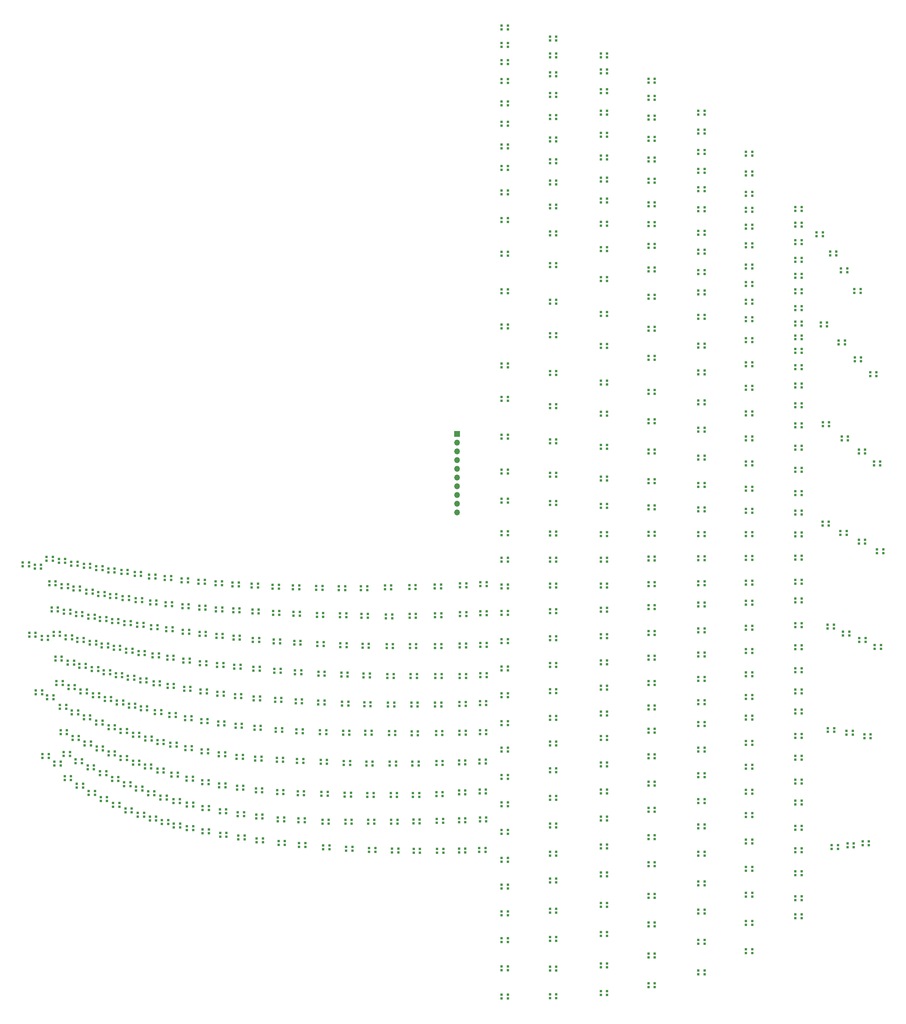
<source format=gts>
G04 #@! TF.GenerationSoftware,KiCad,Pcbnew,(6.0.2)*
G04 #@! TF.CreationDate,2022-05-17T12:07:46-07:00*
G04 #@! TF.ProjectId,DaftPunkBackLayerBoard,44616674-5075-46e6-9b42-61636b4c6179,rev?*
G04 #@! TF.SameCoordinates,Original*
G04 #@! TF.FileFunction,Soldermask,Top*
G04 #@! TF.FilePolarity,Negative*
%FSLAX46Y46*%
G04 Gerber Fmt 4.6, Leading zero omitted, Abs format (unit mm)*
G04 Created by KiCad (PCBNEW (6.0.2)) date 2022-05-17 12:07:46*
%MOMM*%
%LPD*%
G01*
G04 APERTURE LIST*
%ADD10R,0.700000X0.700000*%
%ADD11R,1.700000X1.700000*%
%ADD12O,1.700000X1.700000*%
G04 APERTURE END LIST*
D10*
X75715000Y-262550000D03*
X75715000Y-261450000D03*
X73885000Y-261450000D03*
X73885000Y-262550000D03*
D11*
X191200000Y-165975000D03*
D12*
X191200000Y-168515000D03*
X191200000Y-171055000D03*
X191200000Y-173595000D03*
X191200000Y-176135000D03*
X191200000Y-178675000D03*
X191200000Y-181215000D03*
X191200000Y-183755000D03*
X191200000Y-186295000D03*
X191200000Y-188835000D03*
D10*
X277215000Y-308950000D03*
X277215000Y-307850000D03*
X275385000Y-307850000D03*
X275385000Y-308950000D03*
X234915000Y-79450000D03*
X234915000Y-78350000D03*
X233085000Y-78350000D03*
X233085000Y-79450000D03*
X124015000Y-283250000D03*
X124015000Y-282150000D03*
X122185000Y-282150000D03*
X122185000Y-283250000D03*
X234915000Y-160650000D03*
X234915000Y-159550000D03*
X233085000Y-159550000D03*
X233085000Y-160650000D03*
X172715000Y-237050000D03*
X172715000Y-235950000D03*
X170885000Y-235950000D03*
X170885000Y-237050000D03*
X89015000Y-220450000D03*
X89015000Y-219350000D03*
X87185000Y-219350000D03*
X87185000Y-220450000D03*
X220115000Y-233850000D03*
X220115000Y-232750000D03*
X218285000Y-232750000D03*
X218285000Y-233850000D03*
X85615000Y-219750000D03*
X85615000Y-218650000D03*
X83785000Y-218650000D03*
X83785000Y-219750000D03*
X291615000Y-158250000D03*
X291615000Y-157150000D03*
X289785000Y-157150000D03*
X289785000Y-158250000D03*
X291615000Y-195850000D03*
X291615000Y-194750000D03*
X289785000Y-194750000D03*
X289785000Y-195850000D03*
X291615000Y-222250000D03*
X291615000Y-221150000D03*
X289785000Y-221150000D03*
X289785000Y-222250000D03*
X152198522Y-219250000D03*
X152198522Y-218150000D03*
X150368522Y-218150000D03*
X150368522Y-219250000D03*
X263315000Y-125350000D03*
X263315000Y-124250000D03*
X261485000Y-124250000D03*
X261485000Y-125350000D03*
X291615000Y-235350000D03*
X291615000Y-234250000D03*
X289785000Y-234250000D03*
X289785000Y-235350000D03*
X220115000Y-305350000D03*
X220115000Y-304250000D03*
X218285000Y-304250000D03*
X218285000Y-305350000D03*
X277215000Y-122950000D03*
X277215000Y-121850000D03*
X275385000Y-121850000D03*
X275385000Y-122950000D03*
X277215000Y-243150000D03*
X277215000Y-242050000D03*
X275385000Y-242050000D03*
X275385000Y-243150000D03*
X99115000Y-207350000D03*
X99115000Y-206250000D03*
X97285000Y-206250000D03*
X97285000Y-207350000D03*
X146015000Y-244450000D03*
X146015000Y-243350000D03*
X144185000Y-243350000D03*
X144185000Y-244450000D03*
X92515000Y-221050000D03*
X92515000Y-219950000D03*
X90685000Y-219950000D03*
X90685000Y-221050000D03*
X304915000Y-118950000D03*
X304915000Y-117850000D03*
X303085000Y-117850000D03*
X303085000Y-118950000D03*
X206015000Y-53350000D03*
X206015000Y-52250000D03*
X204185000Y-52250000D03*
X204185000Y-53350000D03*
X263315000Y-223750000D03*
X263315000Y-222650000D03*
X261485000Y-222650000D03*
X261485000Y-223750000D03*
X220115000Y-56350000D03*
X220115000Y-55250000D03*
X218285000Y-55250000D03*
X218285000Y-56350000D03*
X96115000Y-221650000D03*
X96115000Y-220550000D03*
X94285000Y-220550000D03*
X94285000Y-221650000D03*
X133215000Y-210750000D03*
X133215000Y-209650000D03*
X131385000Y-209650000D03*
X131385000Y-210750000D03*
X75515000Y-224750000D03*
X75515000Y-223650000D03*
X73685000Y-223650000D03*
X73685000Y-224750000D03*
X234915000Y-210750000D03*
X234915000Y-209650000D03*
X233085000Y-209650000D03*
X233085000Y-210750000D03*
X291615000Y-142350000D03*
X291615000Y-141250000D03*
X289785000Y-141250000D03*
X289785000Y-142350000D03*
X234915000Y-105350000D03*
X234915000Y-104250000D03*
X233085000Y-104250000D03*
X233085000Y-105350000D03*
X76015000Y-231950000D03*
X76015000Y-230850000D03*
X74185000Y-230850000D03*
X74185000Y-231950000D03*
X145415000Y-218950000D03*
X145415000Y-217850000D03*
X143585000Y-217850000D03*
X143585000Y-218950000D03*
X193815000Y-228150000D03*
X193815000Y-227050000D03*
X191985000Y-227050000D03*
X191985000Y-228150000D03*
X206015000Y-266450000D03*
X206015000Y-265350000D03*
X204185000Y-265350000D03*
X204185000Y-266450000D03*
X234915000Y-61050000D03*
X234915000Y-59950000D03*
X233085000Y-59950000D03*
X233085000Y-61050000D03*
X263315000Y-188550000D03*
X263315000Y-187450000D03*
X261485000Y-187450000D03*
X261485000Y-188550000D03*
X234915000Y-217750000D03*
X234915000Y-216650000D03*
X233085000Y-216650000D03*
X233085000Y-217750000D03*
X310115000Y-197950000D03*
X310115000Y-196850000D03*
X308285000Y-196850000D03*
X308285000Y-197950000D03*
X277215000Y-111650000D03*
X277215000Y-110550000D03*
X275385000Y-110550000D03*
X275385000Y-111650000D03*
X291615000Y-147150000D03*
X291615000Y-146050000D03*
X289785000Y-146050000D03*
X289785000Y-147150000D03*
X179815000Y-253750000D03*
X179815000Y-252650000D03*
X177985000Y-252650000D03*
X177985000Y-253750000D03*
X220115000Y-168750000D03*
X220115000Y-167650000D03*
X218285000Y-167650000D03*
X218285000Y-168750000D03*
X234915000Y-255050000D03*
X234915000Y-253950000D03*
X233085000Y-253950000D03*
X233085000Y-255050000D03*
X248815000Y-162850000D03*
X248815000Y-161750000D03*
X246985000Y-161750000D03*
X246985000Y-162850000D03*
X291615000Y-152450000D03*
X291615000Y-151350000D03*
X289785000Y-151350000D03*
X289785000Y-152450000D03*
X123915000Y-276450000D03*
X123915000Y-275350000D03*
X122085000Y-275350000D03*
X122085000Y-276450000D03*
X114315000Y-281350000D03*
X114315000Y-280250000D03*
X112485000Y-280250000D03*
X112485000Y-281350000D03*
X89515000Y-228150000D03*
X89515000Y-227050000D03*
X87685000Y-227050000D03*
X87685000Y-228150000D03*
X73598522Y-243250000D03*
X73598522Y-242150000D03*
X71768522Y-242150000D03*
X71768522Y-243250000D03*
X186715000Y-237050000D03*
X186715000Y-235950000D03*
X184885000Y-235950000D03*
X184885000Y-237050000D03*
X248815000Y-291850000D03*
X248815000Y-290750000D03*
X246985000Y-290750000D03*
X246985000Y-291850000D03*
X291615000Y-129950000D03*
X291615000Y-128850000D03*
X289785000Y-128850000D03*
X289785000Y-129950000D03*
X98598522Y-262250000D03*
X98598522Y-261150000D03*
X96768522Y-261150000D03*
X96768522Y-262250000D03*
X172315000Y-219650000D03*
X172315000Y-218550000D03*
X170485000Y-218550000D03*
X170485000Y-219650000D03*
X113015000Y-216750000D03*
X113015000Y-215650000D03*
X111185000Y-215650000D03*
X111185000Y-216750000D03*
X79015000Y-225750000D03*
X79015000Y-224650000D03*
X77185000Y-224650000D03*
X77185000Y-225750000D03*
X118915000Y-275450000D03*
X118915000Y-274350000D03*
X117085000Y-274350000D03*
X117085000Y-275450000D03*
X113298522Y-232550000D03*
X113298522Y-231450000D03*
X111468522Y-231450000D03*
X111468522Y-232550000D03*
X83015000Y-234050000D03*
X83015000Y-232950000D03*
X81185000Y-232950000D03*
X81185000Y-234050000D03*
X263315000Y-210050000D03*
X263315000Y-208950000D03*
X261485000Y-208950000D03*
X261485000Y-210050000D03*
X109815000Y-265750000D03*
X109815000Y-264650000D03*
X107985000Y-264650000D03*
X107985000Y-265750000D03*
X220115000Y-218150000D03*
X220115000Y-217050000D03*
X218285000Y-217050000D03*
X218285000Y-218150000D03*
X193715000Y-253550000D03*
X193715000Y-252450000D03*
X191885000Y-252450000D03*
X191885000Y-253550000D03*
X206015000Y-298350000D03*
X206015000Y-297250000D03*
X204185000Y-297250000D03*
X204185000Y-298350000D03*
X199815000Y-236750000D03*
X199815000Y-235650000D03*
X197985000Y-235650000D03*
X197985000Y-236750000D03*
X220115000Y-210750000D03*
X220115000Y-209650000D03*
X218285000Y-209650000D03*
X218285000Y-210750000D03*
X146815000Y-279050000D03*
X146815000Y-277950000D03*
X144985000Y-277950000D03*
X144985000Y-279050000D03*
X263315000Y-251050000D03*
X263315000Y-249950000D03*
X261485000Y-249950000D03*
X261485000Y-251050000D03*
X234915000Y-66750000D03*
X234915000Y-65650000D03*
X233085000Y-65650000D03*
X233085000Y-66750000D03*
X277215000Y-285250000D03*
X277215000Y-284150000D03*
X275385000Y-284150000D03*
X275385000Y-285250000D03*
X220115000Y-186650000D03*
X220115000Y-185550000D03*
X218285000Y-185550000D03*
X218285000Y-186650000D03*
X234915000Y-131650000D03*
X234915000Y-130550000D03*
X233085000Y-130550000D03*
X233085000Y-131650000D03*
X291615000Y-164050000D03*
X291615000Y-162950000D03*
X289785000Y-162950000D03*
X289785000Y-164050000D03*
X77315000Y-246050000D03*
X77315000Y-244950000D03*
X75485000Y-244950000D03*
X75485000Y-246050000D03*
X187215000Y-287950000D03*
X187215000Y-286850000D03*
X185385000Y-286850000D03*
X185385000Y-287950000D03*
X248815000Y-111850000D03*
X248815000Y-110750000D03*
X246985000Y-110750000D03*
X246985000Y-111850000D03*
X206015000Y-156350000D03*
X206015000Y-155250000D03*
X204185000Y-155250000D03*
X204185000Y-156350000D03*
X172915000Y-245350000D03*
X172915000Y-244250000D03*
X171085000Y-244250000D03*
X171085000Y-245350000D03*
X291615000Y-228650000D03*
X291615000Y-227550000D03*
X289785000Y-227550000D03*
X289785000Y-228650000D03*
X291615000Y-267750000D03*
X291615000Y-266650000D03*
X289785000Y-266650000D03*
X289785000Y-267750000D03*
X263315000Y-73050000D03*
X263315000Y-71950000D03*
X261485000Y-71950000D03*
X261485000Y-73050000D03*
X220115000Y-51450000D03*
X220115000Y-50350000D03*
X218285000Y-50350000D03*
X218285000Y-51450000D03*
X206015000Y-76250000D03*
X206015000Y-75150000D03*
X204185000Y-75150000D03*
X204185000Y-76250000D03*
X98598522Y-254150000D03*
X98598522Y-253050000D03*
X96768522Y-253050000D03*
X96768522Y-254150000D03*
X206015000Y-125050000D03*
X206015000Y-123950000D03*
X204185000Y-123950000D03*
X204185000Y-125050000D03*
X108115000Y-216150000D03*
X108115000Y-215050000D03*
X106285000Y-215050000D03*
X106285000Y-216150000D03*
X112815000Y-209150000D03*
X112815000Y-208050000D03*
X110985000Y-208050000D03*
X110985000Y-209150000D03*
X291615000Y-260850000D03*
X291615000Y-259750000D03*
X289785000Y-259750000D03*
X289785000Y-260850000D03*
X186615000Y-228350000D03*
X186615000Y-227250000D03*
X184785000Y-227250000D03*
X184785000Y-228350000D03*
X291615000Y-189450000D03*
X291615000Y-188350000D03*
X289785000Y-188350000D03*
X289785000Y-189450000D03*
X277215000Y-139250000D03*
X277215000Y-138150000D03*
X275385000Y-138150000D03*
X275385000Y-139250000D03*
X263315000Y-140850000D03*
X263315000Y-139750000D03*
X261485000Y-139750000D03*
X261485000Y-140850000D03*
X234915000Y-179550000D03*
X234915000Y-178450000D03*
X233085000Y-178450000D03*
X233085000Y-179550000D03*
X140615000Y-270850000D03*
X140615000Y-269750000D03*
X138785000Y-269750000D03*
X138785000Y-270850000D03*
X234915000Y-112750000D03*
X234915000Y-111650000D03*
X233085000Y-111650000D03*
X233085000Y-112750000D03*
X206015000Y-258450000D03*
X206015000Y-257350000D03*
X204185000Y-257350000D03*
X204185000Y-258450000D03*
X123115000Y-233850000D03*
X123115000Y-232750000D03*
X121285000Y-232750000D03*
X121285000Y-233850000D03*
X220115000Y-249250000D03*
X220115000Y-248150000D03*
X218285000Y-248150000D03*
X218285000Y-249250000D03*
X206015000Y-82850000D03*
X206015000Y-81750000D03*
X204185000Y-81750000D03*
X204185000Y-82850000D03*
X102215000Y-255250000D03*
X102215000Y-254150000D03*
X100385000Y-254150000D03*
X100385000Y-255250000D03*
X82215000Y-268950000D03*
X82215000Y-267850000D03*
X80385000Y-267850000D03*
X80385000Y-268950000D03*
X159515000Y-245050000D03*
X159515000Y-243950000D03*
X157685000Y-243950000D03*
X157685000Y-245050000D03*
X220115000Y-108150000D03*
X220115000Y-107050000D03*
X218285000Y-107050000D03*
X218285000Y-108150000D03*
X133815000Y-243550000D03*
X133815000Y-242450000D03*
X131985000Y-242450000D03*
X131985000Y-243550000D03*
X277215000Y-209850000D03*
X277215000Y-208750000D03*
X275385000Y-208750000D03*
X275385000Y-209850000D03*
X206015000Y-185950000D03*
X206015000Y-184850000D03*
X204185000Y-184850000D03*
X204185000Y-185950000D03*
X139415000Y-218650000D03*
X139415000Y-217550000D03*
X137585000Y-217550000D03*
X137585000Y-218650000D03*
X84315000Y-249050000D03*
X84315000Y-247950000D03*
X82485000Y-247950000D03*
X82485000Y-249050000D03*
X220115000Y-61850000D03*
X220115000Y-60750000D03*
X218285000Y-60750000D03*
X218285000Y-61850000D03*
X234915000Y-121450000D03*
X234915000Y-120350000D03*
X233085000Y-120350000D03*
X233085000Y-121450000D03*
X92515000Y-267050000D03*
X92515000Y-265950000D03*
X90685000Y-265950000D03*
X90685000Y-267050000D03*
X186915000Y-253650000D03*
X186915000Y-252550000D03*
X185085000Y-252550000D03*
X185085000Y-253650000D03*
X166915000Y-271650000D03*
X166915000Y-270550000D03*
X165085000Y-270550000D03*
X165085000Y-271650000D03*
X105015000Y-247550000D03*
X105015000Y-246450000D03*
X103185000Y-246450000D03*
X103185000Y-247550000D03*
X129115000Y-277250000D03*
X129115000Y-276150000D03*
X127285000Y-276150000D03*
X127285000Y-277250000D03*
X220115000Y-80850000D03*
X220115000Y-79750000D03*
X218285000Y-79750000D03*
X218285000Y-80850000D03*
X110515000Y-280550000D03*
X110515000Y-279450000D03*
X108685000Y-279450000D03*
X108685000Y-280550000D03*
X80998522Y-255050000D03*
X80998522Y-253950000D03*
X79168522Y-253950000D03*
X79168522Y-255050000D03*
X113115000Y-224150000D03*
X113115000Y-223050000D03*
X111285000Y-223050000D03*
X111285000Y-224150000D03*
X133415000Y-218250000D03*
X133415000Y-217150000D03*
X131585000Y-217150000D03*
X131585000Y-218250000D03*
X234915000Y-247950000D03*
X234915000Y-246850000D03*
X233085000Y-246850000D03*
X233085000Y-247950000D03*
X220115000Y-264450000D03*
X220115000Y-263350000D03*
X218285000Y-263350000D03*
X218285000Y-264450000D03*
X108298522Y-223450000D03*
X108298522Y-222350000D03*
X106468522Y-222350000D03*
X106468522Y-223450000D03*
X86915000Y-242650000D03*
X86915000Y-241550000D03*
X85085000Y-241550000D03*
X85085000Y-242650000D03*
X128098522Y-234350000D03*
X128098522Y-233250000D03*
X126268522Y-233250000D03*
X126268522Y-234350000D03*
X291615000Y-241550000D03*
X291615000Y-240450000D03*
X289785000Y-240450000D03*
X289785000Y-241550000D03*
X291615000Y-247350000D03*
X291615000Y-246250000D03*
X289785000Y-246250000D03*
X289785000Y-247350000D03*
X220115000Y-93350000D03*
X220115000Y-92250000D03*
X218285000Y-92250000D03*
X218285000Y-93350000D03*
X140515000Y-261450000D03*
X140515000Y-260350000D03*
X138685000Y-260350000D03*
X138685000Y-261450000D03*
X117915000Y-217150000D03*
X117915000Y-216050000D03*
X116085000Y-216050000D03*
X116085000Y-217150000D03*
X263315000Y-78550000D03*
X263315000Y-77450000D03*
X261485000Y-77450000D03*
X261485000Y-78550000D03*
X173715000Y-271650000D03*
X173715000Y-270550000D03*
X171885000Y-270550000D03*
X171885000Y-271650000D03*
X152615000Y-236350000D03*
X152615000Y-235250000D03*
X150785000Y-235250000D03*
X150785000Y-236350000D03*
X234915000Y-329350000D03*
X234915000Y-328250000D03*
X233085000Y-328250000D03*
X233085000Y-329350000D03*
X248815000Y-283950000D03*
X248815000Y-282850000D03*
X246985000Y-282850000D03*
X246985000Y-283950000D03*
X199715000Y-278750000D03*
X199715000Y-277650000D03*
X197885000Y-277650000D03*
X197885000Y-278750000D03*
X160015000Y-262350000D03*
X160015000Y-261250000D03*
X158185000Y-261250000D03*
X158185000Y-262350000D03*
X277215000Y-249150000D03*
X277215000Y-248050000D03*
X275385000Y-248050000D03*
X275385000Y-249150000D03*
X145815000Y-235950000D03*
X145815000Y-234850000D03*
X143985000Y-234850000D03*
X143985000Y-235950000D03*
X134615000Y-284850000D03*
X134615000Y-283750000D03*
X132785000Y-283750000D03*
X132785000Y-284850000D03*
X291615000Y-202550000D03*
X291615000Y-201450000D03*
X289785000Y-201450000D03*
X289785000Y-202550000D03*
X220115000Y-256650000D03*
X220115000Y-255550000D03*
X218285000Y-255550000D03*
X218285000Y-256650000D03*
X78515000Y-218350000D03*
X78515000Y-217250000D03*
X76685000Y-217250000D03*
X76685000Y-218350000D03*
X173415000Y-262550000D03*
X173415000Y-261450000D03*
X171585000Y-261450000D03*
X171585000Y-262550000D03*
X152015000Y-211350000D03*
X152015000Y-210250000D03*
X150185000Y-210250000D03*
X150185000Y-211350000D03*
X304715000Y-195350000D03*
X304715000Y-194250000D03*
X302885000Y-194250000D03*
X302885000Y-195350000D03*
X248815000Y-86650000D03*
X248815000Y-85550000D03*
X246985000Y-85550000D03*
X246985000Y-86650000D03*
X199815000Y-218750000D03*
X199815000Y-217650000D03*
X197985000Y-217650000D03*
X197985000Y-218750000D03*
X291615000Y-177050000D03*
X291615000Y-175950000D03*
X289785000Y-175950000D03*
X289785000Y-177050000D03*
X87915000Y-205650000D03*
X87915000Y-204550000D03*
X86085000Y-204550000D03*
X86085000Y-205650000D03*
X86015000Y-227350000D03*
X86015000Y-226250000D03*
X84185000Y-226250000D03*
X84185000Y-227350000D03*
X97115000Y-237550000D03*
X97115000Y-236450000D03*
X95285000Y-236450000D03*
X95285000Y-237550000D03*
X234915000Y-303650000D03*
X234915000Y-302550000D03*
X233085000Y-302550000D03*
X233085000Y-303650000D03*
X291615000Y-294450000D03*
X291615000Y-293350000D03*
X289785000Y-293350000D03*
X289785000Y-294450000D03*
X108698522Y-239950000D03*
X108698522Y-238850000D03*
X106868522Y-238850000D03*
X106868522Y-239950000D03*
X234915000Y-312150000D03*
X234915000Y-311050000D03*
X233085000Y-311050000D03*
X233085000Y-312150000D03*
X134015000Y-252150000D03*
X134015000Y-251050000D03*
X132185000Y-251050000D03*
X132185000Y-252150000D03*
X248815000Y-318450000D03*
X248815000Y-317350000D03*
X246985000Y-317350000D03*
X246985000Y-318450000D03*
X248815000Y-216950000D03*
X248815000Y-215850000D03*
X246985000Y-215850000D03*
X246985000Y-216950000D03*
X263315000Y-195750000D03*
X263315000Y-194650000D03*
X261485000Y-194650000D03*
X261485000Y-195750000D03*
X106615000Y-272450000D03*
X106615000Y-271350000D03*
X104785000Y-271350000D03*
X104785000Y-272450000D03*
X118615000Y-258950000D03*
X118615000Y-257850000D03*
X116785000Y-257850000D03*
X116785000Y-258950000D03*
X263315000Y-216250000D03*
X263315000Y-215150000D03*
X261485000Y-215150000D03*
X261485000Y-216250000D03*
X248815000Y-309350000D03*
X248815000Y-308250000D03*
X246985000Y-308250000D03*
X246985000Y-309350000D03*
X277215000Y-167850000D03*
X277215000Y-166750000D03*
X275385000Y-166750000D03*
X275385000Y-167850000D03*
X248815000Y-126650000D03*
X248815000Y-125550000D03*
X246985000Y-125550000D03*
X246985000Y-126650000D03*
X248815000Y-195650000D03*
X248815000Y-194550000D03*
X246985000Y-194550000D03*
X246985000Y-195650000D03*
X314515000Y-175150000D03*
X314515000Y-174050000D03*
X312685000Y-174050000D03*
X312685000Y-175150000D03*
X152598522Y-244750000D03*
X152598522Y-243650000D03*
X150768522Y-243650000D03*
X150768522Y-244750000D03*
X306815000Y-286350000D03*
X306815000Y-285250000D03*
X304985000Y-285250000D03*
X304985000Y-286350000D03*
X70315000Y-241750000D03*
X70315000Y-240650000D03*
X68485000Y-240650000D03*
X68485000Y-241750000D03*
X206015000Y-242650000D03*
X206015000Y-241550000D03*
X204185000Y-241550000D03*
X204185000Y-242650000D03*
X206015000Y-63850000D03*
X206015000Y-62750000D03*
X204185000Y-62750000D03*
X204185000Y-63850000D03*
X83315000Y-241550000D03*
X83315000Y-240450000D03*
X81485000Y-240450000D03*
X81485000Y-241550000D03*
X103515000Y-278550000D03*
X103515000Y-277450000D03*
X101685000Y-277450000D03*
X101685000Y-278550000D03*
X313415000Y-149150000D03*
X313415000Y-148050000D03*
X311585000Y-148050000D03*
X311585000Y-149150000D03*
X234915000Y-233050000D03*
X234915000Y-231950000D03*
X233085000Y-231950000D03*
X233085000Y-233050000D03*
X291615000Y-170550000D03*
X291615000Y-169450000D03*
X289785000Y-169450000D03*
X289785000Y-170550000D03*
X206015000Y-195450000D03*
X206015000Y-194350000D03*
X204185000Y-194350000D03*
X204185000Y-195450000D03*
X145198522Y-211250000D03*
X145198522Y-210150000D03*
X143368522Y-210150000D03*
X143368522Y-211250000D03*
X118315000Y-241550000D03*
X118315000Y-240450000D03*
X116485000Y-240450000D03*
X116485000Y-241550000D03*
X220115000Y-128050000D03*
X220115000Y-126950000D03*
X218285000Y-126950000D03*
X218285000Y-128050000D03*
X199715000Y-253350000D03*
X199715000Y-252250000D03*
X197885000Y-252250000D03*
X197885000Y-253350000D03*
X263315000Y-113550000D03*
X263315000Y-112450000D03*
X261485000Y-112450000D03*
X261485000Y-113550000D03*
X193615000Y-287850000D03*
X193615000Y-286750000D03*
X191785000Y-286750000D03*
X191785000Y-287850000D03*
X104315000Y-231050000D03*
X104315000Y-229950000D03*
X102485000Y-229950000D03*
X102485000Y-231050000D03*
X79815000Y-240250000D03*
X79815000Y-239150000D03*
X77985000Y-239150000D03*
X77985000Y-240250000D03*
X234915000Y-286650000D03*
X234915000Y-285550000D03*
X233085000Y-285550000D03*
X233085000Y-286650000D03*
X66498522Y-204550000D03*
X66498522Y-203450000D03*
X64668522Y-203450000D03*
X64668522Y-204550000D03*
X89015000Y-265350000D03*
X89015000Y-264250000D03*
X87185000Y-264250000D03*
X87185000Y-265350000D03*
X248815000Y-92850000D03*
X248815000Y-91750000D03*
X246985000Y-91750000D03*
X246985000Y-92850000D03*
X291615000Y-110750000D03*
X291615000Y-109650000D03*
X289785000Y-109650000D03*
X289785000Y-110750000D03*
X248815000Y-80650000D03*
X248815000Y-79550000D03*
X246985000Y-79550000D03*
X246985000Y-80650000D03*
X123215000Y-242250000D03*
X123215000Y-241150000D03*
X121385000Y-241150000D03*
X121385000Y-242250000D03*
X100215000Y-230350000D03*
X100215000Y-229250000D03*
X98385000Y-229250000D03*
X98385000Y-230350000D03*
X220115000Y-330250000D03*
X220115000Y-329150000D03*
X218285000Y-329150000D03*
X218285000Y-330250000D03*
X263315000Y-323350000D03*
X263315000Y-322250000D03*
X261485000Y-322250000D03*
X261485000Y-323350000D03*
X220115000Y-67850000D03*
X220115000Y-66750000D03*
X218285000Y-66750000D03*
X218285000Y-67850000D03*
X93015000Y-228850000D03*
X93015000Y-227750000D03*
X91185000Y-227750000D03*
X91185000Y-228850000D03*
X118115000Y-233350000D03*
X118115000Y-232250000D03*
X116285000Y-232250000D03*
X116285000Y-233350000D03*
X277215000Y-84950000D03*
X277215000Y-83850000D03*
X275385000Y-83850000D03*
X275385000Y-84950000D03*
X103015000Y-271150000D03*
X103015000Y-270050000D03*
X101185000Y-270050000D03*
X101185000Y-271150000D03*
X248815000Y-68750000D03*
X248815000Y-67650000D03*
X246985000Y-67650000D03*
X246985000Y-68750000D03*
X158615000Y-211450000D03*
X158615000Y-210350000D03*
X156785000Y-210350000D03*
X156785000Y-211450000D03*
X99415000Y-214950000D03*
X99415000Y-213850000D03*
X97585000Y-213850000D03*
X97585000Y-214950000D03*
X248815000Y-99750000D03*
X248815000Y-98650000D03*
X246985000Y-98650000D03*
X246985000Y-99750000D03*
X80615000Y-204350000D03*
X80615000Y-203250000D03*
X78785000Y-203250000D03*
X78785000Y-204350000D03*
X311715000Y-254550000D03*
X311715000Y-253450000D03*
X309885000Y-253450000D03*
X309885000Y-254550000D03*
X96415000Y-276150000D03*
X96415000Y-275050000D03*
X94585000Y-275050000D03*
X94585000Y-276150000D03*
X193815000Y-237050000D03*
X193815000Y-235950000D03*
X191985000Y-235950000D03*
X191985000Y-237050000D03*
X105715000Y-256250000D03*
X105715000Y-255150000D03*
X103885000Y-255150000D03*
X103885000Y-256250000D03*
X277215000Y-256550000D03*
X277215000Y-255450000D03*
X275385000Y-255450000D03*
X275385000Y-256550000D03*
X103315000Y-208050000D03*
X103315000Y-206950000D03*
X101485000Y-206950000D03*
X101485000Y-208050000D03*
X291615000Y-125050000D03*
X291615000Y-123950000D03*
X289785000Y-123950000D03*
X289785000Y-125050000D03*
X263315000Y-101150000D03*
X263315000Y-100050000D03*
X261485000Y-100050000D03*
X261485000Y-101150000D03*
X114315000Y-274450000D03*
X114315000Y-273350000D03*
X112485000Y-273350000D03*
X112485000Y-274450000D03*
X206015000Y-89150000D03*
X206015000Y-88050000D03*
X204185000Y-88050000D03*
X204185000Y-89150000D03*
X99515000Y-269850000D03*
X99515000Y-268750000D03*
X97685000Y-268750000D03*
X97685000Y-269850000D03*
X89215000Y-272850000D03*
X89215000Y-271750000D03*
X87385000Y-271750000D03*
X87385000Y-272850000D03*
X310215000Y-226550000D03*
X310215000Y-225450000D03*
X308385000Y-225450000D03*
X308385000Y-226550000D03*
X153315000Y-262050000D03*
X153315000Y-260950000D03*
X151485000Y-260950000D03*
X151485000Y-262050000D03*
X206015000Y-226850000D03*
X206015000Y-225750000D03*
X204185000Y-225750000D03*
X204185000Y-226850000D03*
X113515000Y-240750000D03*
X113515000Y-239650000D03*
X111685000Y-239650000D03*
X111685000Y-240750000D03*
X220115000Y-148850000D03*
X220115000Y-147750000D03*
X218285000Y-147750000D03*
X218285000Y-148850000D03*
X220115000Y-195550000D03*
X220115000Y-194450000D03*
X218285000Y-194450000D03*
X218285000Y-195550000D03*
X277215000Y-106250000D03*
X277215000Y-105150000D03*
X275385000Y-105150000D03*
X275385000Y-106250000D03*
X84315000Y-204950000D03*
X84315000Y-203850000D03*
X82485000Y-203850000D03*
X82485000Y-204950000D03*
X291615000Y-301750000D03*
X291615000Y-300650000D03*
X289785000Y-300650000D03*
X289785000Y-301750000D03*
X172515000Y-228350000D03*
X172515000Y-227250000D03*
X170685000Y-227250000D03*
X170685000Y-228350000D03*
X277215000Y-188950000D03*
X277215000Y-187850000D03*
X275385000Y-187850000D03*
X275385000Y-188950000D03*
X234915000Y-98650000D03*
X234915000Y-97550000D03*
X233085000Y-97550000D03*
X233085000Y-98650000D03*
X69982044Y-205250000D03*
X69982044Y-204150000D03*
X68152044Y-204150000D03*
X68152044Y-205250000D03*
X82015000Y-219050000D03*
X82015000Y-217950000D03*
X80185000Y-217950000D03*
X80185000Y-219050000D03*
X311198522Y-285750000D03*
X311198522Y-284650000D03*
X309368522Y-284650000D03*
X309368522Y-285750000D03*
X263315000Y-258450000D03*
X263315000Y-257350000D03*
X261485000Y-257350000D03*
X261485000Y-258450000D03*
X133715000Y-234950000D03*
X133715000Y-233850000D03*
X131885000Y-233850000D03*
X131885000Y-234950000D03*
X291615000Y-209650000D03*
X291615000Y-208550000D03*
X289785000Y-208550000D03*
X289785000Y-209650000D03*
X186998522Y-271450000D03*
X186998522Y-270350000D03*
X185168522Y-270350000D03*
X185168522Y-271450000D03*
X248815000Y-105450000D03*
X248815000Y-104350000D03*
X246985000Y-104350000D03*
X246985000Y-105450000D03*
X139315000Y-211050000D03*
X139315000Y-209950000D03*
X137485000Y-209950000D03*
X137485000Y-211050000D03*
X291615000Y-306950000D03*
X291615000Y-305850000D03*
X289785000Y-305850000D03*
X289785000Y-306950000D03*
X104615000Y-239150000D03*
X104615000Y-238050000D03*
X102785000Y-238050000D03*
X102785000Y-239150000D03*
X206015000Y-167350000D03*
X206015000Y-166250000D03*
X204185000Y-166250000D03*
X204185000Y-167350000D03*
X167115000Y-279450000D03*
X167115000Y-278350000D03*
X165285000Y-278350000D03*
X165285000Y-279450000D03*
X248815000Y-135950000D03*
X248815000Y-134850000D03*
X246985000Y-134850000D03*
X246985000Y-135950000D03*
X206015000Y-48250000D03*
X206015000Y-47150000D03*
X204185000Y-47150000D03*
X204185000Y-48250000D03*
X146615000Y-271150000D03*
X146615000Y-270050000D03*
X144785000Y-270050000D03*
X144785000Y-271150000D03*
X139815000Y-235550000D03*
X139815000Y-234450000D03*
X137985000Y-234450000D03*
X137985000Y-235550000D03*
X263315000Y-297450000D03*
X263315000Y-296350000D03*
X261485000Y-296350000D03*
X261485000Y-297450000D03*
X206015000Y-234850000D03*
X206015000Y-233750000D03*
X204185000Y-233750000D03*
X204185000Y-234850000D03*
X291615000Y-120550000D03*
X291615000Y-119450000D03*
X289785000Y-119450000D03*
X289785000Y-120550000D03*
X291615000Y-101050000D03*
X291615000Y-99950000D03*
X289785000Y-99950000D03*
X289785000Y-101050000D03*
X220115000Y-272550000D03*
X220115000Y-271450000D03*
X218285000Y-271450000D03*
X218285000Y-272550000D03*
X105715000Y-264550000D03*
X105715000Y-263450000D03*
X103885000Y-263450000D03*
X103885000Y-264550000D03*
X301715000Y-114050000D03*
X301715000Y-112950000D03*
X299885000Y-112950000D03*
X299885000Y-114050000D03*
X234915000Y-225450000D03*
X234915000Y-224350000D03*
X233085000Y-224350000D03*
X233085000Y-225450000D03*
X310098522Y-171650000D03*
X310098522Y-170550000D03*
X308268522Y-170550000D03*
X308268522Y-171650000D03*
X179515000Y-237050000D03*
X179515000Y-235950000D03*
X177685000Y-235950000D03*
X177685000Y-237050000D03*
X193715000Y-245150000D03*
X193715000Y-244050000D03*
X191885000Y-244050000D03*
X191885000Y-245150000D03*
X159315000Y-236650000D03*
X159315000Y-235550000D03*
X157485000Y-235550000D03*
X157485000Y-236650000D03*
X248815000Y-202850000D03*
X248815000Y-201750000D03*
X246985000Y-201750000D03*
X246985000Y-202850000D03*
X220115000Y-158450000D03*
X220115000Y-157350000D03*
X218285000Y-157350000D03*
X218285000Y-158450000D03*
X277215000Y-236550000D03*
X277215000Y-235450000D03*
X275385000Y-235450000D03*
X275385000Y-236550000D03*
X234915000Y-92550000D03*
X234915000Y-91450000D03*
X233085000Y-91450000D03*
X233085000Y-92550000D03*
X146398522Y-261750000D03*
X146398522Y-260650000D03*
X144568522Y-260650000D03*
X144568522Y-261750000D03*
X76315000Y-239050000D03*
X76315000Y-237950000D03*
X74485000Y-237950000D03*
X74485000Y-239050000D03*
X277215000Y-101350000D03*
X277215000Y-100250000D03*
X275385000Y-100250000D03*
X275385000Y-101350000D03*
X248815000Y-63750000D03*
X248815000Y-62650000D03*
X246985000Y-62650000D03*
X246985000Y-63750000D03*
X220115000Y-100350000D03*
X220115000Y-99250000D03*
X218285000Y-99250000D03*
X218285000Y-100350000D03*
X128515000Y-251550000D03*
X128515000Y-250450000D03*
X126685000Y-250450000D03*
X126685000Y-251550000D03*
X234915000Y-294750000D03*
X234915000Y-293650000D03*
X233085000Y-293650000D03*
X233085000Y-294750000D03*
X166315000Y-253550000D03*
X166315000Y-252450000D03*
X164485000Y-252450000D03*
X164485000Y-253550000D03*
X74215000Y-210050000D03*
X74215000Y-208950000D03*
X72385000Y-208950000D03*
X72385000Y-210050000D03*
X91415000Y-206350000D03*
X91415000Y-205250000D03*
X89585000Y-205250000D03*
X89585000Y-206350000D03*
X167415000Y-287650000D03*
X167415000Y-286550000D03*
X165585000Y-286550000D03*
X165585000Y-287650000D03*
X87915000Y-250550000D03*
X87915000Y-249450000D03*
X86085000Y-249450000D03*
X86085000Y-250550000D03*
X263315000Y-305650000D03*
X263315000Y-304550000D03*
X261485000Y-304550000D03*
X261485000Y-305650000D03*
X90415000Y-243750000D03*
X90415000Y-242650000D03*
X88585000Y-242650000D03*
X88585000Y-243750000D03*
X96615000Y-229650000D03*
X96615000Y-228550000D03*
X94785000Y-228550000D03*
X94785000Y-229650000D03*
X234915000Y-321250000D03*
X234915000Y-320150000D03*
X233085000Y-320150000D03*
X233085000Y-321250000D03*
X117698522Y-209650000D03*
X117698522Y-208550000D03*
X115868522Y-208550000D03*
X115868522Y-209650000D03*
X234915000Y-86050000D03*
X234915000Y-84950000D03*
X233085000Y-84950000D03*
X233085000Y-86050000D03*
X291615000Y-138450000D03*
X291615000Y-137350000D03*
X289785000Y-137350000D03*
X289785000Y-138450000D03*
X234915000Y-270650000D03*
X234915000Y-269550000D03*
X233085000Y-269550000D03*
X233085000Y-270650000D03*
X206015000Y-70350000D03*
X206015000Y-69250000D03*
X204185000Y-69250000D03*
X204185000Y-70350000D03*
X291615000Y-287750000D03*
X291615000Y-286650000D03*
X289785000Y-286650000D03*
X289785000Y-287750000D03*
X263315000Y-95350000D03*
X263315000Y-94250000D03*
X261485000Y-94250000D03*
X261485000Y-95350000D03*
X263315000Y-132450000D03*
X263315000Y-131350000D03*
X261485000Y-131350000D03*
X261485000Y-132450000D03*
X234915000Y-170350000D03*
X234915000Y-169250000D03*
X233085000Y-169250000D03*
X233085000Y-170350000D03*
X199515000Y-287650000D03*
X199515000Y-286550000D03*
X197685000Y-286550000D03*
X197685000Y-287650000D03*
X277215000Y-317150000D03*
X277215000Y-316050000D03*
X275385000Y-316050000D03*
X275385000Y-317150000D03*
X153515000Y-271350000D03*
X153515000Y-270250000D03*
X151685000Y-270250000D03*
X151685000Y-271350000D03*
X186598522Y-245350000D03*
X186598522Y-244250000D03*
X184768522Y-244250000D03*
X184768522Y-245350000D03*
X206015000Y-330350000D03*
X206015000Y-329250000D03*
X204185000Y-329250000D03*
X204185000Y-330350000D03*
X248815000Y-260450000D03*
X248815000Y-259350000D03*
X246985000Y-259350000D03*
X246985000Y-260450000D03*
X248815000Y-252950000D03*
X248815000Y-251850000D03*
X246985000Y-251850000D03*
X246985000Y-252950000D03*
X165515000Y-228250000D03*
X165515000Y-227150000D03*
X163685000Y-227150000D03*
X163685000Y-228250000D03*
X90115000Y-235950000D03*
X90115000Y-234850000D03*
X88285000Y-234850000D03*
X88285000Y-235950000D03*
X302215000Y-286850000D03*
X302215000Y-285750000D03*
X300385000Y-285750000D03*
X300385000Y-286850000D03*
X166015000Y-245250000D03*
X166015000Y-244150000D03*
X164185000Y-244150000D03*
X164185000Y-245250000D03*
X193915000Y-219050000D03*
X193915000Y-217950000D03*
X192085000Y-217950000D03*
X192085000Y-219050000D03*
X234915000Y-195750000D03*
X234915000Y-194650000D03*
X233085000Y-194650000D03*
X233085000Y-195750000D03*
X123415000Y-250850000D03*
X123415000Y-249750000D03*
X121585000Y-249750000D03*
X121585000Y-250850000D03*
X179315000Y-228350000D03*
X179315000Y-227250000D03*
X177485000Y-227250000D03*
X177485000Y-228350000D03*
X277215000Y-90750000D03*
X277215000Y-89650000D03*
X275385000Y-89650000D03*
X275385000Y-90750000D03*
X206015000Y-282450000D03*
X206015000Y-281350000D03*
X204185000Y-281350000D03*
X204185000Y-282450000D03*
X114215000Y-266950000D03*
X114215000Y-265850000D03*
X112385000Y-265850000D03*
X112385000Y-266950000D03*
X85015000Y-212450000D03*
X85015000Y-211350000D03*
X83185000Y-211350000D03*
X83185000Y-212450000D03*
X291615000Y-115850000D03*
X291615000Y-114750000D03*
X289785000Y-114750000D03*
X289785000Y-115850000D03*
X305515000Y-224650000D03*
X305515000Y-223550000D03*
X303685000Y-223550000D03*
X303685000Y-224650000D03*
X92815000Y-274550000D03*
X92815000Y-273450000D03*
X90985000Y-273450000D03*
X90985000Y-274550000D03*
X129315000Y-284050000D03*
X129315000Y-282950000D03*
X127485000Y-282950000D03*
X127485000Y-284050000D03*
X277215000Y-146250000D03*
X277215000Y-145150000D03*
X275385000Y-145150000D03*
X275385000Y-146250000D03*
X193615000Y-270950000D03*
X193615000Y-269850000D03*
X191785000Y-269850000D03*
X191785000Y-270950000D03*
X220115000Y-322250000D03*
X220115000Y-321150000D03*
X218285000Y-321150000D03*
X218285000Y-322250000D03*
X277215000Y-133150000D03*
X277215000Y-132050000D03*
X275385000Y-132050000D03*
X275385000Y-133150000D03*
X172015000Y-211250000D03*
X172015000Y-210150000D03*
X170185000Y-210150000D03*
X170185000Y-211250000D03*
X165815000Y-236850000D03*
X165815000Y-235750000D03*
X163985000Y-235750000D03*
X163985000Y-236850000D03*
X81315000Y-211550000D03*
X81315000Y-210450000D03*
X79485000Y-210450000D03*
X79485000Y-211550000D03*
X100715000Y-238350000D03*
X100715000Y-237250000D03*
X98885000Y-237250000D03*
X98885000Y-238350000D03*
X306515000Y-253550000D03*
X306515000Y-252450000D03*
X304685000Y-252450000D03*
X304685000Y-253550000D03*
X263315000Y-119450000D03*
X263315000Y-118350000D03*
X261485000Y-118350000D03*
X261485000Y-119450000D03*
X122798522Y-217650000D03*
X122798522Y-216550000D03*
X120968522Y-216550000D03*
X120968522Y-217650000D03*
X314715000Y-228550000D03*
X314715000Y-227450000D03*
X312885000Y-227450000D03*
X312885000Y-228550000D03*
X110398522Y-273450000D03*
X110398522Y-272350000D03*
X108568522Y-272350000D03*
X108568522Y-273450000D03*
X248815000Y-171650000D03*
X248815000Y-170550000D03*
X246985000Y-170550000D03*
X246985000Y-171650000D03*
X220115000Y-87150000D03*
X220115000Y-86050000D03*
X218285000Y-86050000D03*
X218285000Y-87150000D03*
X315415000Y-200750000D03*
X315415000Y-199650000D03*
X313585000Y-199650000D03*
X313585000Y-200750000D03*
X91515000Y-251950000D03*
X91515000Y-250850000D03*
X89685000Y-250850000D03*
X89685000Y-251950000D03*
X153115000Y-253350000D03*
X153115000Y-252250000D03*
X151285000Y-252250000D03*
X151285000Y-253350000D03*
X299515000Y-192650000D03*
X299515000Y-191550000D03*
X297685000Y-191550000D03*
X297685000Y-192650000D03*
X263315000Y-202750000D03*
X263315000Y-201650000D03*
X261485000Y-201650000D03*
X261485000Y-202750000D03*
X128915000Y-269550000D03*
X128915000Y-268450000D03*
X127085000Y-268450000D03*
X127085000Y-269550000D03*
X206015000Y-135250000D03*
X206015000Y-134150000D03*
X204185000Y-134150000D03*
X204185000Y-135250000D03*
X220115000Y-280550000D03*
X220115000Y-279450000D03*
X218285000Y-279450000D03*
X218285000Y-280550000D03*
X193915000Y-210650000D03*
X193915000Y-209550000D03*
X192085000Y-209550000D03*
X192085000Y-210650000D03*
X193615000Y-279050000D03*
X193615000Y-277950000D03*
X191785000Y-277950000D03*
X191785000Y-279050000D03*
X291615000Y-273850000D03*
X291615000Y-272750000D03*
X289785000Y-272750000D03*
X289785000Y-273850000D03*
X277215000Y-277550000D03*
X277215000Y-276450000D03*
X275385000Y-276450000D03*
X275385000Y-277550000D03*
X193615000Y-262150000D03*
X193615000Y-261050000D03*
X191785000Y-261050000D03*
X191785000Y-262150000D03*
X186998522Y-262350000D03*
X186998522Y-261250000D03*
X185168522Y-261250000D03*
X185168522Y-262350000D03*
X308915000Y-144850000D03*
X308915000Y-143750000D03*
X307085000Y-143750000D03*
X307085000Y-144850000D03*
X140215000Y-252750000D03*
X140215000Y-251650000D03*
X138385000Y-251650000D03*
X138385000Y-252750000D03*
X118515000Y-250150000D03*
X118515000Y-249050000D03*
X116685000Y-249050000D03*
X116685000Y-250150000D03*
X248815000Y-180350000D03*
X248815000Y-179250000D03*
X246985000Y-179250000D03*
X246985000Y-180350000D03*
X81898522Y-261850000D03*
X81898522Y-260750000D03*
X80068522Y-260750000D03*
X80068522Y-261850000D03*
X291615000Y-183750000D03*
X291615000Y-182650000D03*
X289785000Y-182650000D03*
X289785000Y-183750000D03*
X152315000Y-227750000D03*
X152315000Y-226650000D03*
X150485000Y-226650000D03*
X150485000Y-227750000D03*
X140015000Y-243950000D03*
X140015000Y-242850000D03*
X138185000Y-242850000D03*
X138185000Y-243950000D03*
X206015000Y-290550000D03*
X206015000Y-289450000D03*
X204185000Y-289450000D03*
X204185000Y-290550000D03*
X85415000Y-263650000D03*
X85415000Y-262550000D03*
X83585000Y-262550000D03*
X83585000Y-263650000D03*
X93915000Y-244750000D03*
X93915000Y-243650000D03*
X92085000Y-243650000D03*
X92085000Y-244750000D03*
X206015000Y-104250000D03*
X206015000Y-103150000D03*
X204185000Y-103150000D03*
X204185000Y-104250000D03*
X134415000Y-270350000D03*
X134415000Y-269250000D03*
X132585000Y-269250000D03*
X132585000Y-270350000D03*
X248815000Y-268350000D03*
X248815000Y-267250000D03*
X246985000Y-267250000D03*
X246985000Y-268350000D03*
X85715000Y-271050000D03*
X85715000Y-269950000D03*
X83885000Y-269950000D03*
X83885000Y-271050000D03*
X263315000Y-148650000D03*
X263315000Y-147550000D03*
X261485000Y-147550000D03*
X261485000Y-148650000D03*
X199715000Y-244950000D03*
X199715000Y-243850000D03*
X197885000Y-243850000D03*
X197885000Y-244950000D03*
X93615000Y-236750000D03*
X93615000Y-235650000D03*
X91785000Y-235650000D03*
X91785000Y-236750000D03*
X301115000Y-252750000D03*
X301115000Y-251650000D03*
X299285000Y-251650000D03*
X299285000Y-252750000D03*
X308815000Y-124950000D03*
X308815000Y-123850000D03*
X306985000Y-123850000D03*
X306985000Y-124950000D03*
X147015000Y-286250000D03*
X147015000Y-285150000D03*
X145185000Y-285150000D03*
X145185000Y-286250000D03*
X118898522Y-282250000D03*
X118898522Y-281150000D03*
X117068522Y-281150000D03*
X117068522Y-282250000D03*
X74915000Y-217650000D03*
X74915000Y-216550000D03*
X73085000Y-216550000D03*
X73085000Y-217650000D03*
X102098522Y-263350000D03*
X102098522Y-262250000D03*
X100268522Y-262250000D03*
X100268522Y-263350000D03*
X86615000Y-235050000D03*
X86615000Y-233950000D03*
X84785000Y-233950000D03*
X84785000Y-235050000D03*
X234915000Y-151650000D03*
X234915000Y-150550000D03*
X233085000Y-150550000D03*
X233085000Y-151650000D03*
X248815000Y-246150000D03*
X248815000Y-245050000D03*
X246985000Y-245050000D03*
X246985000Y-246150000D03*
X160315000Y-271550000D03*
X160315000Y-270450000D03*
X158485000Y-270450000D03*
X158485000Y-271550000D03*
X220115000Y-137850000D03*
X220115000Y-136750000D03*
X218285000Y-136750000D03*
X218285000Y-137850000D03*
X88515000Y-213150000D03*
X88515000Y-212050000D03*
X86685000Y-212050000D03*
X86685000Y-213150000D03*
X248815000Y-118650000D03*
X248815000Y-117550000D03*
X246985000Y-117550000D03*
X246985000Y-118650000D03*
X160715000Y-287350000D03*
X160715000Y-286250000D03*
X158885000Y-286250000D03*
X158885000Y-287350000D03*
X277215000Y-153150000D03*
X277215000Y-152050000D03*
X275385000Y-152050000D03*
X275385000Y-153150000D03*
X95215000Y-206750000D03*
X95215000Y-205650000D03*
X93385000Y-205650000D03*
X93385000Y-206750000D03*
X301015000Y-222650000D03*
X301015000Y-221550000D03*
X299185000Y-221550000D03*
X299185000Y-222650000D03*
X166615000Y-262550000D03*
X166615000Y-261450000D03*
X164785000Y-261450000D03*
X164785000Y-262550000D03*
X248815000Y-275950000D03*
X248815000Y-274850000D03*
X246985000Y-274850000D03*
X246985000Y-275950000D03*
X234915000Y-140950000D03*
X234915000Y-139850000D03*
X233085000Y-139850000D03*
X233085000Y-140950000D03*
X220115000Y-313550000D03*
X220115000Y-312450000D03*
X218285000Y-312450000D03*
X218285000Y-313550000D03*
X186515000Y-210950000D03*
X186515000Y-209850000D03*
X184685000Y-209850000D03*
X184685000Y-210950000D03*
X206015000Y-306150000D03*
X206015000Y-305050000D03*
X204185000Y-305050000D03*
X204185000Y-306150000D03*
X68398522Y-225050000D03*
X68398522Y-223950000D03*
X66568522Y-223950000D03*
X66568522Y-225050000D03*
X291615000Y-105650000D03*
X291615000Y-104550000D03*
X289785000Y-104550000D03*
X289785000Y-105650000D03*
X263315000Y-157350000D03*
X263315000Y-156250000D03*
X261485000Y-156250000D03*
X261485000Y-157350000D03*
X234915000Y-203150000D03*
X234915000Y-202050000D03*
X233085000Y-202050000D03*
X233085000Y-203150000D03*
X109215000Y-248350000D03*
X109215000Y-247250000D03*
X107385000Y-247250000D03*
X107385000Y-248350000D03*
X220115000Y-241450000D03*
X220115000Y-240350000D03*
X218285000Y-240350000D03*
X218285000Y-241450000D03*
X77515000Y-253350000D03*
X77515000Y-252250000D03*
X75685000Y-252250000D03*
X75685000Y-253350000D03*
X179215000Y-219550000D03*
X179215000Y-218450000D03*
X177385000Y-218450000D03*
X177385000Y-219550000D03*
X79615000Y-233150000D03*
X79615000Y-232050000D03*
X77785000Y-232050000D03*
X77785000Y-233150000D03*
X154015000Y-286950000D03*
X154015000Y-285850000D03*
X152185000Y-285850000D03*
X152185000Y-286950000D03*
X180315000Y-279350000D03*
X180315000Y-278250000D03*
X178485000Y-278250000D03*
X178485000Y-279350000D03*
X277215000Y-263450000D03*
X277215000Y-262350000D03*
X275385000Y-262350000D03*
X275385000Y-263450000D03*
X95615000Y-214350000D03*
X95615000Y-213250000D03*
X93785000Y-213250000D03*
X93785000Y-214350000D03*
X277215000Y-300750000D03*
X277215000Y-299650000D03*
X275385000Y-299650000D03*
X275385000Y-300750000D03*
X263315000Y-181450000D03*
X263315000Y-180350000D03*
X261485000Y-180350000D03*
X261485000Y-181450000D03*
X220115000Y-178450000D03*
X220115000Y-177350000D03*
X218285000Y-177350000D03*
X218285000Y-178450000D03*
X173815000Y-279450000D03*
X173815000Y-278350000D03*
X171985000Y-278350000D03*
X171985000Y-279450000D03*
X123715000Y-268850000D03*
X123715000Y-267750000D03*
X121885000Y-267750000D03*
X121885000Y-268850000D03*
X220115000Y-74350000D03*
X220115000Y-73250000D03*
X218285000Y-73250000D03*
X218285000Y-74350000D03*
X78715000Y-266750000D03*
X78715000Y-265650000D03*
X76885000Y-265650000D03*
X76885000Y-266750000D03*
X263315000Y-273450000D03*
X263315000Y-272350000D03*
X261485000Y-272350000D03*
X261485000Y-273450000D03*
X127615000Y-210350000D03*
X127615000Y-209250000D03*
X125785000Y-209250000D03*
X125785000Y-210350000D03*
X263315000Y-265950000D03*
X263315000Y-264850000D03*
X261485000Y-264850000D03*
X261485000Y-265950000D03*
X127815000Y-217950000D03*
X127815000Y-216850000D03*
X125985000Y-216850000D03*
X125985000Y-217950000D03*
X127915000Y-225850000D03*
X127915000Y-224750000D03*
X126085000Y-224750000D03*
X126085000Y-225850000D03*
X277215000Y-229750000D03*
X277215000Y-228650000D03*
X275385000Y-228650000D03*
X275385000Y-229750000D03*
X159815000Y-253550000D03*
X159815000Y-252450000D03*
X157985000Y-252450000D03*
X157985000Y-253550000D03*
X277215000Y-293150000D03*
X277215000Y-292050000D03*
X275385000Y-292050000D03*
X275385000Y-293150000D03*
X206015000Y-203150000D03*
X206015000Y-202050000D03*
X204185000Y-202050000D03*
X204185000Y-203150000D03*
X95015000Y-253050000D03*
X95015000Y-251950000D03*
X93185000Y-251950000D03*
X93185000Y-253050000D03*
X297815000Y-108450000D03*
X297815000Y-107350000D03*
X295985000Y-107350000D03*
X295985000Y-108450000D03*
X99815000Y-222150000D03*
X99815000Y-221050000D03*
X97985000Y-221050000D03*
X97985000Y-222150000D03*
X220115000Y-203150000D03*
X220115000Y-202050000D03*
X218285000Y-202050000D03*
X218285000Y-203150000D03*
X277215000Y-96700000D03*
X277215000Y-95600000D03*
X275385000Y-95600000D03*
X275385000Y-96700000D03*
X206015000Y-146650000D03*
X206015000Y-145550000D03*
X204185000Y-145550000D03*
X204185000Y-146650000D03*
X96015000Y-268550000D03*
X96015000Y-267450000D03*
X94185000Y-267450000D03*
X94185000Y-268550000D03*
X206015000Y-96250000D03*
X206015000Y-95150000D03*
X204185000Y-95150000D03*
X204185000Y-96250000D03*
X291615000Y-254450000D03*
X291615000Y-253350000D03*
X289785000Y-253350000D03*
X289785000Y-254450000D03*
X199598522Y-261950000D03*
X199598522Y-260850000D03*
X197768522Y-260850000D03*
X197768522Y-261950000D03*
X159015000Y-228050000D03*
X159015000Y-226950000D03*
X157185000Y-226950000D03*
X157185000Y-228050000D03*
X107015000Y-279550000D03*
X107015000Y-278450000D03*
X105185000Y-278450000D03*
X105185000Y-279550000D03*
X97415000Y-245650000D03*
X97415000Y-244550000D03*
X95585000Y-244550000D03*
X95585000Y-245650000D03*
X118015000Y-224750000D03*
X118015000Y-223650000D03*
X116185000Y-223650000D03*
X116185000Y-224750000D03*
X165015000Y-211450000D03*
X165015000Y-210350000D03*
X163185000Y-210350000D03*
X163185000Y-211450000D03*
X133515000Y-226550000D03*
X133515000Y-225450000D03*
X131685000Y-225450000D03*
X131685000Y-226550000D03*
X277215000Y-160550000D03*
X277215000Y-159450000D03*
X275385000Y-159450000D03*
X275385000Y-160550000D03*
X234915000Y-278550000D03*
X234915000Y-277450000D03*
X233085000Y-277450000D03*
X233085000Y-278550000D03*
X206015000Y-274350000D03*
X206015000Y-273250000D03*
X204185000Y-273250000D03*
X204185000Y-274350000D03*
X153815000Y-279450000D03*
X153815000Y-278350000D03*
X151985000Y-278350000D03*
X151985000Y-279450000D03*
X109515000Y-257050000D03*
X109515000Y-255950000D03*
X107685000Y-255950000D03*
X107685000Y-257050000D03*
X220115000Y-296550000D03*
X220115000Y-295450000D03*
X218285000Y-295450000D03*
X218285000Y-296550000D03*
X186598522Y-219350000D03*
X186598522Y-218250000D03*
X184768522Y-218250000D03*
X184768522Y-219350000D03*
X103615000Y-215650000D03*
X103615000Y-214550000D03*
X101785000Y-214550000D03*
X101785000Y-215650000D03*
X234915000Y-262750000D03*
X234915000Y-261650000D03*
X233085000Y-261650000D03*
X233085000Y-262750000D03*
X72215000Y-260350000D03*
X72215000Y-259250000D03*
X70385000Y-259250000D03*
X70385000Y-260350000D03*
X234915000Y-56350000D03*
X234915000Y-55250000D03*
X233085000Y-55250000D03*
X233085000Y-56350000D03*
X100915000Y-246450000D03*
X100915000Y-245350000D03*
X99085000Y-245350000D03*
X99085000Y-246450000D03*
X180415000Y-287950000D03*
X180415000Y-286850000D03*
X178585000Y-286850000D03*
X178585000Y-287950000D03*
X277215000Y-215750000D03*
X277215000Y-214650000D03*
X275385000Y-214650000D03*
X275385000Y-215750000D03*
X82415000Y-226550000D03*
X82415000Y-225450000D03*
X80585000Y-225450000D03*
X80585000Y-226550000D03*
X180215000Y-271650000D03*
X180215000Y-270550000D03*
X178385000Y-270550000D03*
X178385000Y-271650000D03*
X277215000Y-222950000D03*
X277215000Y-221850000D03*
X275385000Y-221850000D03*
X275385000Y-222950000D03*
X91515000Y-259550000D03*
X91515000Y-258450000D03*
X89685000Y-258450000D03*
X89685000Y-259550000D03*
X206015000Y-114150000D03*
X206015000Y-113050000D03*
X204185000Y-113050000D03*
X204185000Y-114150000D03*
X263315000Y-108050000D03*
X263315000Y-106950000D03*
X261485000Y-106950000D03*
X261485000Y-108050000D03*
X263315000Y-230750000D03*
X263315000Y-229650000D03*
X261485000Y-229650000D03*
X261485000Y-230750000D03*
X160515000Y-279450000D03*
X160515000Y-278350000D03*
X158685000Y-278350000D03*
X158685000Y-279450000D03*
X220115000Y-288750000D03*
X220115000Y-287650000D03*
X218285000Y-287650000D03*
X218285000Y-288750000D03*
X180015000Y-262550000D03*
X180015000Y-261450000D03*
X178185000Y-261450000D03*
X178185000Y-262550000D03*
X263315000Y-288750000D03*
X263315000Y-287650000D03*
X261485000Y-287650000D03*
X261485000Y-288750000D03*
X145615000Y-227350000D03*
X145615000Y-226250000D03*
X143785000Y-226250000D03*
X143785000Y-227350000D03*
X234915000Y-187550000D03*
X234915000Y-186450000D03*
X233085000Y-186450000D03*
X233085000Y-187550000D03*
X248815000Y-327050000D03*
X248815000Y-325950000D03*
X246985000Y-325950000D03*
X246985000Y-327050000D03*
X100015000Y-277450000D03*
X100015000Y-276350000D03*
X98185000Y-276350000D03*
X98185000Y-277450000D03*
X220115000Y-226050000D03*
X220115000Y-224950000D03*
X218285000Y-224950000D03*
X218285000Y-226050000D03*
X199815000Y-227950000D03*
X199815000Y-226850000D03*
X197985000Y-226850000D03*
X197985000Y-227950000D03*
X179715000Y-245350000D03*
X179715000Y-244250000D03*
X177885000Y-244250000D03*
X177885000Y-245350000D03*
X199615000Y-270650000D03*
X199615000Y-269550000D03*
X197785000Y-269550000D03*
X197785000Y-270650000D03*
X206015000Y-177550000D03*
X206015000Y-176450000D03*
X204185000Y-176450000D03*
X204185000Y-177550000D03*
X122715000Y-210050000D03*
X122715000Y-208950000D03*
X120885000Y-208950000D03*
X120885000Y-210050000D03*
X263315000Y-237850000D03*
X263315000Y-236750000D03*
X261485000Y-236750000D03*
X261485000Y-237850000D03*
X173215000Y-253650000D03*
X173215000Y-252550000D03*
X171385000Y-252550000D03*
X171385000Y-253650000D03*
X84515000Y-256650000D03*
X84515000Y-255550000D03*
X82685000Y-255550000D03*
X82685000Y-256650000D03*
X277215000Y-117850000D03*
X277215000Y-116750000D03*
X275385000Y-116750000D03*
X275385000Y-117850000D03*
X108615000Y-231750000D03*
X108615000Y-230650000D03*
X106785000Y-230650000D03*
X106785000Y-231750000D03*
X179115000Y-211150000D03*
X179115000Y-210050000D03*
X177285000Y-210050000D03*
X177285000Y-211150000D03*
X128815000Y-260550000D03*
X128815000Y-259450000D03*
X126985000Y-259450000D03*
X126985000Y-260550000D03*
X206015000Y-210950000D03*
X206015000Y-209850000D03*
X204185000Y-209850000D03*
X204185000Y-210950000D03*
X248815000Y-239050000D03*
X248815000Y-237950000D03*
X246985000Y-237950000D03*
X246985000Y-239050000D03*
X134515000Y-277950000D03*
X134515000Y-276850000D03*
X132685000Y-276850000D03*
X132685000Y-277950000D03*
X291615000Y-134450000D03*
X291615000Y-133350000D03*
X289785000Y-133350000D03*
X289785000Y-134450000D03*
X118815000Y-267950000D03*
X118815000Y-266850000D03*
X116985000Y-266850000D03*
X116985000Y-267950000D03*
X113815000Y-249350000D03*
X113815000Y-248250000D03*
X111985000Y-248250000D03*
X111985000Y-249350000D03*
X277215000Y-270750000D03*
X277215000Y-269650000D03*
X275385000Y-269650000D03*
X275385000Y-270750000D03*
X95015000Y-260950000D03*
X95015000Y-259850000D03*
X93185000Y-259850000D03*
X93185000Y-260950000D03*
X277215000Y-175150000D03*
X277215000Y-174050000D03*
X275385000Y-174050000D03*
X275385000Y-175150000D03*
X206015000Y-322150000D03*
X206015000Y-321050000D03*
X204185000Y-321050000D03*
X204185000Y-322150000D03*
X299015000Y-134650000D03*
X299015000Y-133550000D03*
X297185000Y-133550000D03*
X297185000Y-134650000D03*
X122915000Y-225350000D03*
X122915000Y-224250000D03*
X121085000Y-224250000D03*
X121085000Y-225350000D03*
X248815000Y-210250000D03*
X248815000Y-209150000D03*
X246985000Y-209150000D03*
X246985000Y-210250000D03*
X248815000Y-231750000D03*
X248815000Y-230650000D03*
X246985000Y-230650000D03*
X246985000Y-231750000D03*
X263315000Y-280850000D03*
X263315000Y-279750000D03*
X261485000Y-279750000D03*
X261485000Y-280850000D03*
X234915000Y-73050000D03*
X234915000Y-71950000D03*
X233085000Y-71950000D03*
X233085000Y-73050000D03*
X139615000Y-226950000D03*
X139615000Y-225850000D03*
X137785000Y-225850000D03*
X137785000Y-226950000D03*
X91915000Y-213750000D03*
X91915000Y-212650000D03*
X90085000Y-212650000D03*
X90085000Y-213750000D03*
X291615000Y-281250000D03*
X291615000Y-280150000D03*
X289785000Y-280150000D03*
X289785000Y-281250000D03*
X304215000Y-139950000D03*
X304215000Y-138850000D03*
X302385000Y-138850000D03*
X302385000Y-139950000D03*
X123615000Y-259850000D03*
X123615000Y-258750000D03*
X121785000Y-258750000D03*
X121785000Y-259850000D03*
X291615000Y-215050000D03*
X291615000Y-213950000D03*
X289785000Y-213950000D03*
X289785000Y-215050000D03*
X206015000Y-313950000D03*
X206015000Y-312850000D03*
X204185000Y-312850000D03*
X204185000Y-313950000D03*
X277215000Y-182550000D03*
X277215000Y-181450000D03*
X275385000Y-181450000D03*
X275385000Y-182550000D03*
X206015000Y-218650000D03*
X206015000Y-217550000D03*
X204185000Y-217550000D03*
X204185000Y-218650000D03*
X187115000Y-279250000D03*
X187115000Y-278150000D03*
X185285000Y-278150000D03*
X185285000Y-279250000D03*
X134215000Y-261050000D03*
X134215000Y-259950000D03*
X132385000Y-259950000D03*
X132385000Y-261050000D03*
X277215000Y-128050000D03*
X277215000Y-126950000D03*
X275385000Y-126950000D03*
X275385000Y-128050000D03*
X248815000Y-187950000D03*
X248815000Y-186850000D03*
X246985000Y-186850000D03*
X246985000Y-187950000D03*
X263315000Y-89950000D03*
X263315000Y-88850000D03*
X261485000Y-88850000D03*
X261485000Y-89950000D03*
X248815000Y-154350000D03*
X248815000Y-153250000D03*
X246985000Y-153250000D03*
X246985000Y-154350000D03*
X220115000Y-117450000D03*
X220115000Y-116350000D03*
X218285000Y-116350000D03*
X218285000Y-117450000D03*
X103915000Y-222850000D03*
X103915000Y-221750000D03*
X102085000Y-221750000D03*
X102085000Y-222850000D03*
X77815000Y-210850000D03*
X77815000Y-209750000D03*
X75985000Y-209750000D03*
X75985000Y-210850000D03*
X199815000Y-210250000D03*
X199815000Y-209150000D03*
X197985000Y-209150000D03*
X197985000Y-210250000D03*
X165215000Y-219550000D03*
X165215000Y-218450000D03*
X163385000Y-218450000D03*
X163385000Y-219550000D03*
X107898522Y-208550000D03*
X107898522Y-207450000D03*
X106068522Y-207450000D03*
X106068522Y-208550000D03*
X305115000Y-167850000D03*
X305115000Y-166750000D03*
X303285000Y-166750000D03*
X303285000Y-167850000D03*
X248815000Y-74450000D03*
X248815000Y-73350000D03*
X246985000Y-73350000D03*
X246985000Y-74450000D03*
X113915000Y-258050000D03*
X113915000Y-256950000D03*
X112085000Y-256950000D03*
X112085000Y-258050000D03*
X263315000Y-165350000D03*
X263315000Y-164250000D03*
X261485000Y-164250000D03*
X261485000Y-165350000D03*
X248815000Y-224550000D03*
X248815000Y-223450000D03*
X246985000Y-223450000D03*
X246985000Y-224550000D03*
X140815000Y-278750000D03*
X140815000Y-277650000D03*
X138985000Y-277650000D03*
X138985000Y-278750000D03*
X299615000Y-163750000D03*
X299615000Y-162650000D03*
X297785000Y-162650000D03*
X297785000Y-163750000D03*
X248815000Y-301050000D03*
X248815000Y-299950000D03*
X246985000Y-299950000D03*
X246985000Y-301050000D03*
X174115000Y-287850000D03*
X174115000Y-286750000D03*
X172285000Y-286750000D03*
X172285000Y-287850000D03*
X234915000Y-240450000D03*
X234915000Y-239350000D03*
X233085000Y-239350000D03*
X233085000Y-240450000D03*
X88015000Y-258150000D03*
X88015000Y-257050000D03*
X86185000Y-257050000D03*
X86185000Y-258150000D03*
X78415000Y-259750000D03*
X78415000Y-258650000D03*
X76585000Y-258650000D03*
X76585000Y-259750000D03*
X158915000Y-219350000D03*
X158915000Y-218250000D03*
X157085000Y-218250000D03*
X157085000Y-219350000D03*
X206015000Y-58350000D03*
X206015000Y-57250000D03*
X204185000Y-57250000D03*
X204185000Y-58350000D03*
X248815000Y-144450000D03*
X248815000Y-143350000D03*
X246985000Y-143350000D03*
X246985000Y-144450000D03*
X77015000Y-203550000D03*
X77015000Y-202450000D03*
X75185000Y-202450000D03*
X75185000Y-203550000D03*
X141015000Y-285650000D03*
X141015000Y-284550000D03*
X139185000Y-284550000D03*
X139185000Y-285650000D03*
X263315000Y-173450000D03*
X263315000Y-172350000D03*
X261485000Y-172350000D03*
X261485000Y-173450000D03*
X263315000Y-314450000D03*
X263315000Y-313350000D03*
X261485000Y-313350000D03*
X261485000Y-314450000D03*
X72015000Y-225950000D03*
X72015000Y-224850000D03*
X70185000Y-224850000D03*
X70185000Y-225950000D03*
X73415000Y-202950000D03*
X73415000Y-201850000D03*
X71585000Y-201850000D03*
X71585000Y-202950000D03*
X277215000Y-195750000D03*
X277215000Y-194650000D03*
X275385000Y-194650000D03*
X275385000Y-195750000D03*
X80815000Y-247650000D03*
X80815000Y-246550000D03*
X78985000Y-246550000D03*
X78985000Y-247650000D03*
X263315000Y-244650000D03*
X263315000Y-243550000D03*
X261485000Y-243550000D03*
X261485000Y-244650000D03*
X263315000Y-84450000D03*
X263315000Y-83350000D03*
X261485000Y-83350000D03*
X261485000Y-84450000D03*
X146215000Y-253150000D03*
X146215000Y-252050000D03*
X144385000Y-252050000D03*
X144385000Y-253150000D03*
X206015000Y-250750000D03*
X206015000Y-249650000D03*
X204185000Y-249650000D03*
X204185000Y-250750000D03*
X128315000Y-242850000D03*
X128315000Y-241750000D03*
X126485000Y-241750000D03*
X126485000Y-242850000D03*
X277215000Y-202650000D03*
X277215000Y-201550000D03*
X275385000Y-201550000D03*
X275385000Y-202650000D03*
M02*

</source>
